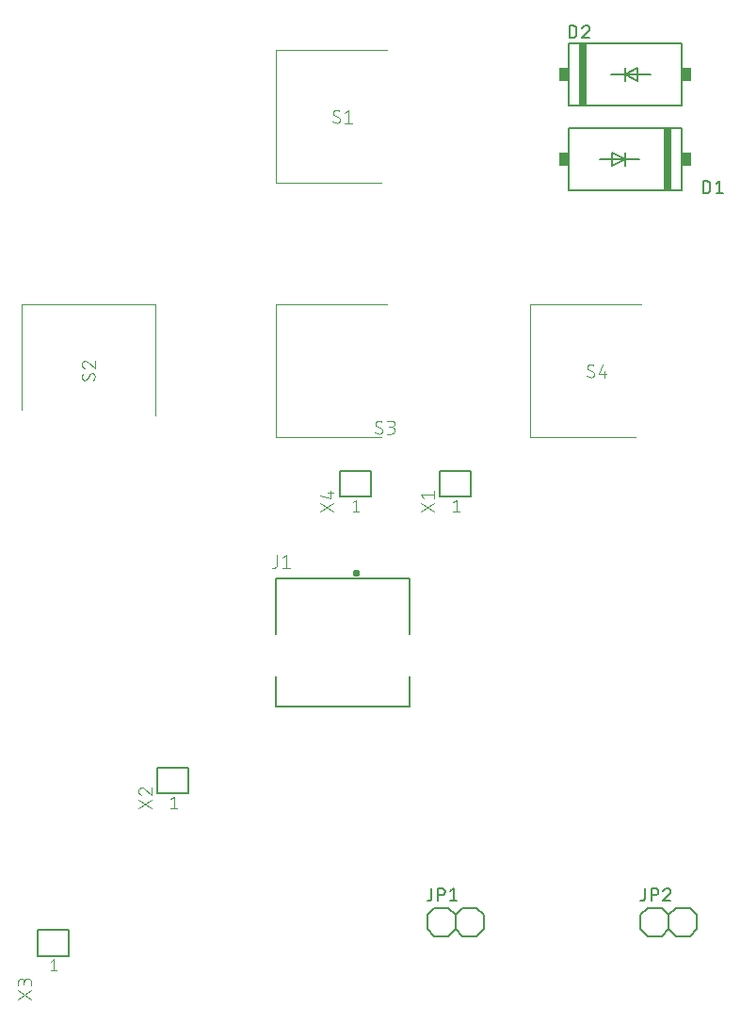
<source format=gbr>
G04 EAGLE Gerber RS-274X export*
G75*
%MOIN*%
%FSLAX34Y34*%
%LPD*%
%INSilkscreen Top*%
%IPPOS*%
%AMOC8*
5,1,8,0,0,1.08239X$1,22.5*%
G01*
%ADD10C,0.006000*%
%ADD11C,0.005000*%
%ADD12C,0.003937*%
%ADD13C,0.004000*%
%ADD14C,0.015748*%
%ADD15R,0.030000X0.220000*%
%ADD16R,0.035000X0.050000*%
%ADD17C,0.008000*%
%ADD18C,0.003000*%


D10*
X28300Y3500D02*
X28800Y3500D01*
X29050Y3250D01*
X29050Y2750D01*
X28800Y2500D01*
X28050Y2750D02*
X28050Y3250D01*
X28300Y3500D01*
X28050Y2750D02*
X28300Y2500D01*
X28800Y2500D01*
X29050Y3250D02*
X29300Y3500D01*
X29800Y3500D01*
X30050Y3250D01*
X30050Y2750D01*
X29800Y2500D01*
X29300Y2500D01*
X29050Y2750D01*
D11*
X28195Y3845D02*
X28195Y4195D01*
X28195Y3845D02*
X28193Y3828D01*
X28189Y3811D01*
X28182Y3795D01*
X28172Y3781D01*
X28159Y3768D01*
X28145Y3758D01*
X28129Y3751D01*
X28112Y3747D01*
X28095Y3745D01*
X28045Y3745D01*
X28430Y3745D02*
X28430Y4195D01*
X28555Y4195D01*
X28576Y4193D01*
X28596Y4188D01*
X28614Y4180D01*
X28632Y4169D01*
X28647Y4155D01*
X28660Y4138D01*
X28669Y4120D01*
X28676Y4101D01*
X28680Y4080D01*
X28680Y4060D01*
X28676Y4039D01*
X28669Y4020D01*
X28660Y4002D01*
X28647Y3985D01*
X28632Y3971D01*
X28614Y3960D01*
X28596Y3952D01*
X28576Y3947D01*
X28555Y3945D01*
X28430Y3945D01*
X28995Y4196D02*
X29015Y4194D01*
X29034Y4189D01*
X29052Y4181D01*
X29068Y4170D01*
X29082Y4156D01*
X29093Y4140D01*
X29101Y4122D01*
X29106Y4103D01*
X29108Y4083D01*
X28995Y4195D02*
X28972Y4193D01*
X28950Y4188D01*
X28929Y4179D01*
X28910Y4167D01*
X28892Y4152D01*
X28878Y4135D01*
X28866Y4116D01*
X28857Y4095D01*
X29070Y3995D02*
X29083Y4010D01*
X29094Y4026D01*
X29102Y4044D01*
X29106Y4063D01*
X29108Y4083D01*
X29070Y3995D02*
X28858Y3745D01*
X29108Y3745D01*
D12*
X19075Y33862D02*
X15138Y33862D01*
X15138Y29138D01*
X18878Y29138D01*
D13*
X17308Y31270D02*
X17326Y31272D01*
X17343Y31276D01*
X17359Y31284D01*
X17374Y31294D01*
X17386Y31306D01*
X17396Y31321D01*
X17404Y31337D01*
X17408Y31354D01*
X17410Y31372D01*
X17308Y31270D02*
X17280Y31272D01*
X17252Y31277D01*
X17225Y31287D01*
X17199Y31299D01*
X17176Y31315D01*
X17155Y31334D01*
X17168Y31628D02*
X17170Y31646D01*
X17174Y31663D01*
X17182Y31679D01*
X17192Y31694D01*
X17204Y31706D01*
X17219Y31716D01*
X17235Y31724D01*
X17252Y31728D01*
X17270Y31730D01*
X17295Y31728D01*
X17319Y31724D01*
X17342Y31716D01*
X17365Y31705D01*
X17385Y31692D01*
X17167Y31628D02*
X17169Y31610D01*
X17173Y31593D01*
X17181Y31576D01*
X17191Y31562D01*
X17204Y31549D01*
X17218Y31538D01*
X17359Y31462D02*
X17373Y31451D01*
X17386Y31438D01*
X17396Y31424D01*
X17404Y31407D01*
X17408Y31390D01*
X17410Y31372D01*
X17359Y31462D02*
X17219Y31538D01*
X17590Y31628D02*
X17717Y31730D01*
X17717Y31270D01*
X17590Y31270D02*
X17845Y31270D01*
D12*
X10862Y24862D02*
X10862Y20925D01*
X10862Y24862D02*
X6138Y24862D01*
X6138Y21122D01*
D13*
X8628Y22410D02*
X8646Y22408D01*
X8663Y22404D01*
X8679Y22396D01*
X8694Y22386D01*
X8706Y22374D01*
X8716Y22359D01*
X8724Y22343D01*
X8728Y22326D01*
X8730Y22308D01*
X8728Y22280D01*
X8723Y22252D01*
X8713Y22225D01*
X8701Y22199D01*
X8685Y22176D01*
X8666Y22155D01*
X8372Y22168D02*
X8354Y22170D01*
X8337Y22174D01*
X8321Y22182D01*
X8306Y22192D01*
X8294Y22204D01*
X8284Y22219D01*
X8276Y22235D01*
X8272Y22252D01*
X8270Y22270D01*
X8272Y22295D01*
X8276Y22319D01*
X8284Y22342D01*
X8295Y22365D01*
X8308Y22385D01*
X8372Y22167D02*
X8390Y22169D01*
X8407Y22173D01*
X8424Y22181D01*
X8438Y22191D01*
X8451Y22204D01*
X8462Y22218D01*
X8538Y22359D02*
X8549Y22373D01*
X8562Y22386D01*
X8576Y22396D01*
X8593Y22404D01*
X8610Y22408D01*
X8628Y22410D01*
X8538Y22359D02*
X8462Y22219D01*
X8270Y22730D02*
X8272Y22750D01*
X8277Y22769D01*
X8285Y22788D01*
X8297Y22804D01*
X8311Y22818D01*
X8328Y22830D01*
X8346Y22838D01*
X8365Y22843D01*
X8385Y22845D01*
X8270Y22730D02*
X8272Y22707D01*
X8277Y22684D01*
X8286Y22663D01*
X8298Y22643D01*
X8313Y22625D01*
X8331Y22610D01*
X8351Y22598D01*
X8372Y22589D01*
X8475Y22808D02*
X8460Y22821D01*
X8443Y22832D01*
X8424Y22840D01*
X8405Y22844D01*
X8385Y22846D01*
X8474Y22807D02*
X8730Y22590D01*
X8730Y22845D01*
D12*
X15138Y24862D02*
X19075Y24862D01*
X15138Y24862D02*
X15138Y20138D01*
X18878Y20138D01*
D13*
X18808Y20270D02*
X18826Y20272D01*
X18843Y20276D01*
X18859Y20284D01*
X18874Y20294D01*
X18886Y20306D01*
X18896Y20321D01*
X18904Y20337D01*
X18908Y20354D01*
X18910Y20372D01*
X18808Y20270D02*
X18780Y20272D01*
X18752Y20277D01*
X18725Y20287D01*
X18699Y20299D01*
X18676Y20315D01*
X18655Y20334D01*
X18668Y20628D02*
X18670Y20646D01*
X18674Y20663D01*
X18682Y20679D01*
X18692Y20694D01*
X18704Y20706D01*
X18719Y20716D01*
X18735Y20724D01*
X18752Y20728D01*
X18770Y20730D01*
X18795Y20728D01*
X18819Y20724D01*
X18842Y20716D01*
X18865Y20705D01*
X18885Y20692D01*
X18667Y20628D02*
X18669Y20610D01*
X18673Y20593D01*
X18681Y20576D01*
X18691Y20562D01*
X18704Y20549D01*
X18718Y20538D01*
X18859Y20462D02*
X18873Y20451D01*
X18886Y20438D01*
X18896Y20424D01*
X18904Y20407D01*
X18908Y20390D01*
X18910Y20372D01*
X18859Y20462D02*
X18719Y20538D01*
X19090Y20270D02*
X19217Y20270D01*
X19238Y20272D01*
X19259Y20277D01*
X19278Y20285D01*
X19296Y20297D01*
X19311Y20311D01*
X19324Y20328D01*
X19334Y20347D01*
X19341Y20367D01*
X19345Y20387D01*
X19345Y20409D01*
X19341Y20429D01*
X19334Y20449D01*
X19324Y20468D01*
X19311Y20485D01*
X19296Y20499D01*
X19278Y20511D01*
X19259Y20519D01*
X19238Y20524D01*
X19217Y20526D01*
X19243Y20730D02*
X19090Y20730D01*
X19243Y20730D02*
X19262Y20728D01*
X19280Y20723D01*
X19297Y20715D01*
X19312Y20703D01*
X19324Y20689D01*
X19334Y20673D01*
X19341Y20656D01*
X19345Y20637D01*
X19345Y20619D01*
X19341Y20600D01*
X19334Y20583D01*
X19324Y20567D01*
X19312Y20553D01*
X19297Y20541D01*
X19280Y20533D01*
X19262Y20528D01*
X19243Y20526D01*
X19141Y20526D01*
D12*
X24138Y24862D02*
X28075Y24862D01*
X24138Y24862D02*
X24138Y20138D01*
X27878Y20138D01*
D13*
X26308Y22270D02*
X26326Y22272D01*
X26343Y22276D01*
X26359Y22284D01*
X26374Y22294D01*
X26386Y22306D01*
X26396Y22321D01*
X26404Y22337D01*
X26408Y22354D01*
X26410Y22372D01*
X26308Y22270D02*
X26280Y22272D01*
X26252Y22277D01*
X26225Y22287D01*
X26199Y22299D01*
X26176Y22315D01*
X26155Y22334D01*
X26168Y22628D02*
X26170Y22646D01*
X26174Y22663D01*
X26182Y22679D01*
X26192Y22694D01*
X26204Y22706D01*
X26219Y22716D01*
X26235Y22724D01*
X26252Y22728D01*
X26270Y22730D01*
X26295Y22728D01*
X26319Y22724D01*
X26342Y22716D01*
X26365Y22705D01*
X26385Y22692D01*
X26167Y22628D02*
X26169Y22610D01*
X26173Y22593D01*
X26181Y22576D01*
X26191Y22562D01*
X26204Y22549D01*
X26218Y22538D01*
X26359Y22462D02*
X26373Y22451D01*
X26386Y22438D01*
X26396Y22424D01*
X26404Y22407D01*
X26408Y22390D01*
X26410Y22372D01*
X26359Y22462D02*
X26219Y22538D01*
X26590Y22372D02*
X26692Y22730D01*
X26590Y22372D02*
X26845Y22372D01*
X26769Y22474D02*
X26769Y22270D01*
D10*
X21250Y3500D02*
X20750Y3500D01*
X21250Y3500D02*
X21500Y3250D01*
X21500Y2750D01*
X21250Y2500D01*
X20500Y2750D02*
X20500Y3250D01*
X20750Y3500D01*
X20500Y2750D02*
X20750Y2500D01*
X21250Y2500D01*
X21500Y3250D02*
X21750Y3500D01*
X22250Y3500D01*
X22500Y3250D01*
X22500Y2750D01*
X22250Y2500D01*
X21750Y2500D01*
X21500Y2750D01*
D11*
X20645Y3845D02*
X20645Y4195D01*
X20645Y3845D02*
X20643Y3828D01*
X20639Y3811D01*
X20632Y3795D01*
X20622Y3781D01*
X20609Y3768D01*
X20595Y3758D01*
X20579Y3751D01*
X20562Y3747D01*
X20545Y3745D01*
X20495Y3745D01*
X20880Y3745D02*
X20880Y4195D01*
X21005Y4195D01*
X21026Y4193D01*
X21046Y4188D01*
X21064Y4180D01*
X21082Y4169D01*
X21097Y4155D01*
X21110Y4138D01*
X21119Y4120D01*
X21126Y4101D01*
X21130Y4080D01*
X21130Y4060D01*
X21126Y4039D01*
X21119Y4020D01*
X21110Y4002D01*
X21097Y3985D01*
X21082Y3971D01*
X21064Y3960D01*
X21046Y3952D01*
X21026Y3947D01*
X21005Y3945D01*
X20880Y3945D01*
X21308Y4095D02*
X21433Y4195D01*
X21433Y3745D01*
X21308Y3745D02*
X21558Y3745D01*
X19876Y15144D02*
X15140Y15144D01*
X19876Y15144D02*
X19876Y13185D01*
X19876Y11689D02*
X19876Y10632D01*
X15140Y10632D01*
X15140Y11689D01*
X15140Y13185D02*
X15140Y15144D01*
D14*
X17930Y15343D02*
X17932Y15355D01*
X17937Y15366D01*
X17946Y15375D01*
X17957Y15380D01*
X17969Y15382D01*
X17981Y15380D01*
X17992Y15375D01*
X18001Y15366D01*
X18006Y15355D01*
X18008Y15343D01*
X18006Y15331D01*
X18001Y15320D01*
X17992Y15311D01*
X17981Y15306D01*
X17969Y15304D01*
X17957Y15306D01*
X17946Y15311D01*
X17937Y15320D01*
X17932Y15331D01*
X17930Y15343D01*
D13*
X15176Y15626D02*
X15176Y15985D01*
X15175Y15626D02*
X15173Y15608D01*
X15169Y15591D01*
X15161Y15575D01*
X15151Y15560D01*
X15139Y15548D01*
X15124Y15538D01*
X15108Y15530D01*
X15091Y15526D01*
X15073Y15524D01*
X15022Y15524D01*
X15384Y15882D02*
X15512Y15985D01*
X15512Y15524D01*
X15384Y15524D02*
X15640Y15524D01*
D10*
X27500Y30000D02*
X28000Y30000D01*
X27500Y30000D02*
X27500Y29770D01*
X27500Y30000D02*
X27050Y29770D01*
X27050Y30230D01*
X27500Y30000D01*
X26600Y30000D01*
X27500Y30000D02*
X27500Y30230D01*
X29500Y31100D02*
X29500Y28900D01*
X25500Y28900D02*
X25500Y31100D01*
X25500Y28900D02*
X29500Y28900D01*
X29500Y31100D02*
X25500Y31100D01*
D15*
X29000Y30000D03*
D16*
X29675Y30000D03*
X25325Y30000D03*
D11*
X30260Y29225D02*
X30260Y28775D01*
X30260Y29225D02*
X30385Y29225D01*
X30405Y29223D01*
X30424Y29219D01*
X30442Y29211D01*
X30458Y29201D01*
X30473Y29188D01*
X30486Y29173D01*
X30496Y29157D01*
X30504Y29139D01*
X30508Y29120D01*
X30510Y29100D01*
X30510Y28900D01*
X30508Y28880D01*
X30504Y28861D01*
X30496Y28843D01*
X30486Y28827D01*
X30473Y28812D01*
X30458Y28799D01*
X30442Y28789D01*
X30424Y28781D01*
X30405Y28777D01*
X30385Y28775D01*
X30260Y28775D01*
X30725Y29125D02*
X30850Y29225D01*
X30850Y28775D01*
X30725Y28775D02*
X30975Y28775D01*
D10*
X27500Y33000D02*
X27000Y33000D01*
X27500Y33000D02*
X27500Y33230D01*
X27500Y33000D02*
X27950Y33230D01*
X27950Y32770D01*
X27500Y33000D01*
X28400Y33000D01*
X27500Y33000D02*
X27500Y32770D01*
X25500Y31900D02*
X25500Y34100D01*
X29500Y34100D02*
X29500Y31900D01*
X29500Y34100D02*
X25500Y34100D01*
X25500Y31900D02*
X29500Y31900D01*
D15*
X26000Y33000D03*
D16*
X25325Y33000D03*
X29675Y33000D03*
D11*
X25525Y34275D02*
X25525Y34725D01*
X25650Y34725D01*
X25670Y34723D01*
X25689Y34719D01*
X25707Y34711D01*
X25723Y34701D01*
X25738Y34688D01*
X25751Y34673D01*
X25761Y34657D01*
X25769Y34639D01*
X25773Y34620D01*
X25775Y34600D01*
X25775Y34400D01*
X25773Y34380D01*
X25769Y34361D01*
X25761Y34343D01*
X25751Y34327D01*
X25738Y34312D01*
X25723Y34299D01*
X25707Y34289D01*
X25689Y34281D01*
X25670Y34277D01*
X25650Y34275D01*
X25525Y34275D01*
X26128Y34726D02*
X26148Y34724D01*
X26167Y34719D01*
X26185Y34711D01*
X26201Y34700D01*
X26215Y34686D01*
X26226Y34670D01*
X26234Y34652D01*
X26239Y34633D01*
X26241Y34613D01*
X26128Y34725D02*
X26105Y34723D01*
X26083Y34718D01*
X26062Y34709D01*
X26043Y34697D01*
X26025Y34682D01*
X26011Y34665D01*
X25999Y34646D01*
X25990Y34625D01*
X26202Y34525D02*
X26215Y34540D01*
X26226Y34556D01*
X26234Y34574D01*
X26238Y34593D01*
X26240Y34613D01*
X26203Y34525D02*
X25990Y34275D01*
X26240Y34275D01*
D17*
X22051Y18955D02*
X20949Y18955D01*
X22051Y18955D02*
X22051Y18045D01*
X20949Y18045D01*
X20949Y18955D01*
D18*
X21525Y17935D02*
X21413Y17845D01*
X21525Y17935D02*
X21525Y17532D01*
X21413Y17532D02*
X21637Y17532D01*
D13*
X20730Y17520D02*
X20270Y17827D01*
X20270Y17520D02*
X20730Y17827D01*
X20372Y17996D02*
X20270Y18123D01*
X20730Y18123D01*
X20730Y17996D02*
X20730Y18251D01*
D17*
X12051Y8455D02*
X10949Y8455D01*
X12051Y8455D02*
X12051Y7545D01*
X10949Y7545D01*
X10949Y8455D01*
D18*
X11525Y7435D02*
X11413Y7345D01*
X11525Y7435D02*
X11525Y7032D01*
X11413Y7032D02*
X11637Y7032D01*
D13*
X10730Y7020D02*
X10270Y7327D01*
X10270Y7020D02*
X10730Y7327D01*
X10385Y7751D02*
X10365Y7749D01*
X10346Y7744D01*
X10328Y7736D01*
X10311Y7724D01*
X10297Y7710D01*
X10285Y7694D01*
X10277Y7675D01*
X10272Y7656D01*
X10270Y7636D01*
X10272Y7613D01*
X10277Y7590D01*
X10286Y7569D01*
X10298Y7549D01*
X10313Y7531D01*
X10331Y7516D01*
X10351Y7504D01*
X10372Y7495D01*
X10475Y7714D02*
X10460Y7727D01*
X10443Y7738D01*
X10424Y7746D01*
X10405Y7750D01*
X10385Y7752D01*
X10474Y7713D02*
X10730Y7496D01*
X10730Y7751D01*
D17*
X7801Y2705D02*
X6699Y2705D01*
X7801Y2705D02*
X7801Y1795D01*
X6699Y1795D01*
X6699Y2705D01*
D18*
X7275Y1685D02*
X7163Y1595D01*
X7275Y1685D02*
X7275Y1282D01*
X7163Y1282D02*
X7387Y1282D01*
D13*
X6480Y270D02*
X6020Y577D01*
X6020Y270D02*
X6480Y577D01*
X6480Y746D02*
X6480Y873D01*
X6478Y894D01*
X6473Y915D01*
X6465Y934D01*
X6453Y952D01*
X6439Y967D01*
X6422Y980D01*
X6403Y990D01*
X6383Y997D01*
X6363Y1001D01*
X6341Y1001D01*
X6321Y997D01*
X6301Y990D01*
X6282Y980D01*
X6265Y967D01*
X6251Y952D01*
X6239Y934D01*
X6231Y915D01*
X6226Y894D01*
X6224Y873D01*
X6020Y899D02*
X6020Y746D01*
X6020Y899D02*
X6022Y918D01*
X6027Y936D01*
X6035Y953D01*
X6047Y968D01*
X6061Y980D01*
X6077Y990D01*
X6094Y997D01*
X6113Y1001D01*
X6131Y1001D01*
X6150Y997D01*
X6167Y990D01*
X6183Y980D01*
X6197Y968D01*
X6209Y953D01*
X6217Y936D01*
X6222Y918D01*
X6224Y899D01*
X6224Y797D01*
D17*
X17399Y18955D02*
X18501Y18955D01*
X18501Y18045D01*
X17399Y18045D01*
X17399Y18955D01*
D18*
X17975Y17935D02*
X17863Y17845D01*
X17975Y17935D02*
X17975Y17532D01*
X17863Y17532D02*
X18087Y17532D01*
D13*
X17180Y17520D02*
X16720Y17827D01*
X16720Y17520D02*
X17180Y17827D01*
X17078Y17996D02*
X16720Y18098D01*
X17078Y17996D02*
X17078Y18251D01*
X16976Y18174D02*
X17180Y18174D01*
M02*

</source>
